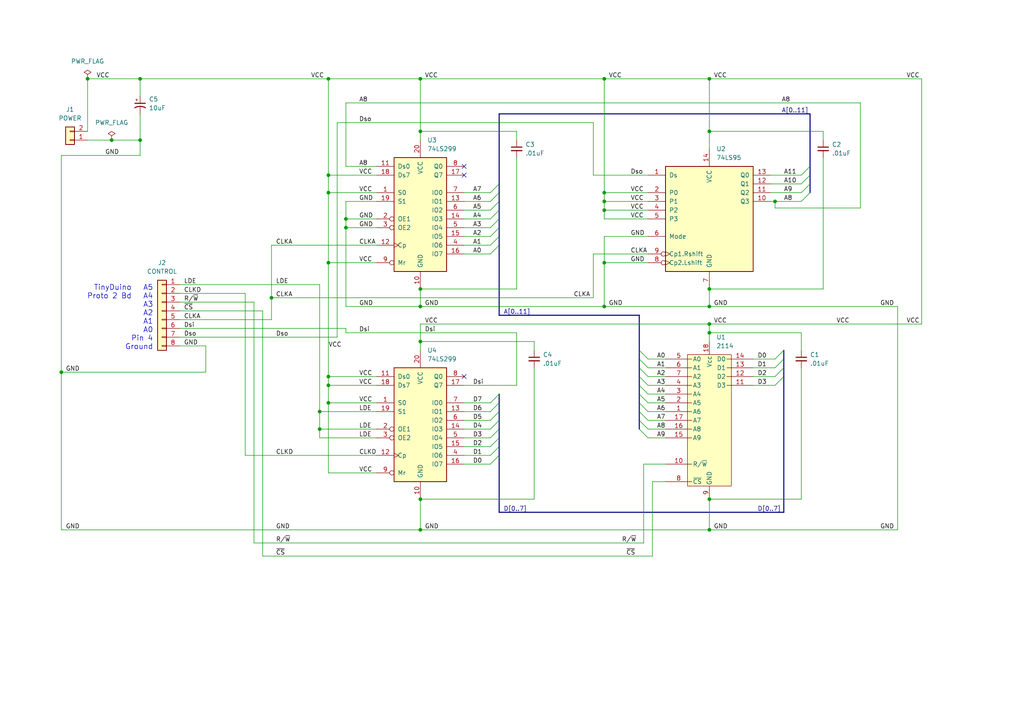
<source format=kicad_sch>
(kicad_sch (version 20211123) (generator eeschema)
  (paper "A4")
  (title_block (title "TinyDuino 2114 RAM Test") (date "2022-08-28") (rev "1.0") (company "NinBra Enterprises") (comment 1 "Assumes 5v GPIO interface to TinyDuino"))
  (lib_symbols
    (symbol "74LS299_1" (pin_names (offset 1.016))
      (property "Reference" "U" (at -7.62 16.51 0))
      (property "Value" "74LS299_1" (at -7.62 -19.05 0))
      (symbol "74LS299_1_1_0"
        (pin input line (at -12.7 5.08 0) (length 5.08) (name "S0") (number "1"))
        (pin power_in line (at 0 -22.86 90) (length 5.08) (name "GND") (number "10"))
        (pin input line (at -12.7 12.7 0) (length 5.08) (name "Ds0") (number "11"))
        (pin input clock (at -12.7 -10.16 0) (length 5.08) (name "Cp") (number "12"))
        (pin tri_state line (at 12.7 2.54 180) (length 5.08) (name "IO1") (number "13"))
        (pin tri_state line (at 12.7 -2.54 180) (length 5.08) (name "IO3") (number "14"))
        (pin tri_state line (at 12.7 -7.62 180) (length 5.08) (name "IO5") (number "15"))
        (pin tri_state line (at 12.7 -12.7 180) (length 5.08) (name "IO7") (number "16"))
        (pin output line (at 12.7 10.16 180) (length 5.08) (name "Q7") (number "17"))
        (pin input line (at -12.7 10.16 0) (length 5.08) (name "Ds7") (number "18"))
        (pin input line (at -12.7 2.54 0) (length 5.08) (name "S1") (number "19"))
        (pin input inverted (at -12.7 -2.54 0) (length 5.08) (name "OE1") (number "2"))
        (pin power_in line (at 0 20.32 270) (length 5.08) (name "VCC") (number "20"))
        (pin input inverted (at -12.7 -5.08 0) (length 5.08) (name "OE2") (number "3"))
        (pin tri_state line (at 12.7 -10.16 180) (length 5.08) (name "IO6") (number "4"))
        (pin tri_state line (at 12.7 -5.08 180) (length 5.08) (name "IO4") (number "5"))
        (pin tri_state line (at 12.7 0 180) (length 5.08) (name "IO2") (number "6"))
        (pin tri_state line (at 12.7 5.08 180) (length 5.08) (name "IO0") (number "7"))
        (pin output line (at 12.7 12.7 180) (length 5.08) (name "Q0") (number "8"))
        (pin input inverted (at -12.7 -15.24 0) (length 5.08) (name "Mr") (number "9"))
      )
      (symbol "74LS299_1_1_1"
        (rectangle (start -7.62 15.24) (end 7.62 -17.78) (stroke (width 0.254)) (fill (type background)))
      )
    )
    (symbol "74xx:74LS299" (pin_names (offset 1.016))
      (property "Reference" "U" (at -7.62 16.51 0))
      (property "Value" "74LS299" (at -7.62 -19.05 0))
      (symbol "74LS299_1_0"
        (pin input line (at -12.7 5.08 0) (length 5.08) (name "S0") (number "1"))
        (pin power_in line (at 0 -22.86 90) (length 5.08) (name "GND") (number "10"))
        (pin input line (at -12.7 12.7 0) (length 5.08) (name "Ds0") (number "11"))
        (pin input clock (at -12.7 -10.16 0) (length 5.08) (name "Cp") (number "12"))
        (pin tri_state line (at 12.7 2.54 180) (length 5.08) (name "IO1") (number "13"))
        (pin tri_state line (at 12.7 -2.54 180) (length 5.08) (name "IO3") (number "14"))
        (pin tri_state line (at 12.7 -7.62 180) (length 5.08) (name "IO5") (number "15"))
        (pin tri_state line (at 12.7 -12.7 180) (length 5.08) (name "IO7") (number "16"))
        (pin output line (at 12.7 10.16 180) (length 5.08) (name "Q7") (number "17"))
        (pin input line (at -12.7 10.16 0) (length 5.08) (name "Ds7") (number "18"))
        (pin input line (at -12.7 2.54 0) (length 5.08) (name "S1") (number "19"))
        (pin input inverted (at -12.7 -2.54 0) (length 5.08) (name "OE1") (number "2"))
        (pin power_in line (at 0 20.32 270) (length 5.08) (name "VCC") (number "20"))
        (pin input inverted (at -12.7 -5.08 0) (length 5.08) (name "OE2") (number "3"))
        (pin tri_state line (at 12.7 -10.16 180) (length 5.08) (name "IO6") (number "4"))
        (pin tri_state line (at 12.7 -5.08 180) (length 5.08) (name "IO4") (number "5"))
        (pin tri_state line (at 12.7 0 180) (length 5.08) (name "IO2") (number "6"))
        (pin tri_state line (at 12.7 5.08 180) (length 5.08) (name "IO0") (number "7"))
        (pin output line (at 12.7 12.7 180) (length 5.08) (name "Q0") (number "8"))
        (pin input inverted (at -12.7 -15.24 0) (length 5.08) (name "Mr") (number "9"))
      )
      (symbol "74LS299_1_1"
        (rectangle (start -7.62 15.24) (end 7.62 -17.78) (stroke (width 0.254)) (fill (type background)))
      )
    )
    (symbol "74xx:74LS95" (pin_names (offset 1.016))
      (property "Reference" "U" (at -7.62 16.51 0))
      (property "Value" "74LS95" (at -7.62 -16.51 0))
      (symbol "74LS95_1_0"
        (pin input line (at -17.78 12.7 0) (length 5.08) (name "Ds") (number "1"))
        (pin output line (at 17.78 5.08 180) (length 5.08) (name "Q3") (number "10"))
        (pin output line (at 17.78 7.62 180) (length 5.08) (name "Q2") (number "11"))
        (pin output line (at 17.78 10.16 180) (length 5.08) (name "Q1") (number "12"))
        (pin output line (at 17.78 12.7 180) (length 5.08) (name "Q0") (number "13"))
        (pin power_in line (at 0 20.32 270) (length 5.08) (name "VCC") (number "14"))
        (pin input line (at -17.78 7.62 0) (length 5.08) (name "P0") (number "2"))
        (pin input line (at -17.78 5.08 0) (length 5.08) (name "P1") (number "3"))
        (pin input line (at -17.78 2.54 0) (length 5.08) (name "P2") (number "4"))
        (pin input line (at -17.78 0 0) (length 5.08) (name "P3") (number "5"))
        (pin input line (at -17.78 -5.08 0) (length 5.08) (name "Mode") (number "6"))
        (pin power_in line (at 0 -20.32 90) (length 5.08) (name "GND") (number "7"))
        (pin input inverted_clock (at -17.78 -12.7 0) (length 5.08) (name "Cp2.Lshift") (number "8"))
        (pin input inverted_clock (at -17.78 -10.16 0) (length 5.08) (name "Cp1.Rshift") (number "9"))
      )
      (symbol "74LS95_1_1"
        (rectangle (start -12.7 15.24) (end 12.7 -15.24) (stroke (width 0.254)) (fill (type background)))
      )
    )
    (symbol "Connector_Generic:Conn_01x02" (pin_names (offset 1.016) hide)
      (property "Reference" "J" (at 0 2.54 0))
      (property "Value" "Conn_01x02" (at 0 -5.08 0))
      (symbol "Conn_01x02_1_1"
        (rectangle (start -1.27 -2.413) (end 0 -2.667) (stroke (width 0.1524)))
        (rectangle (start -1.27 0.127) (end 0 -0.127) (stroke (width 0.1524)))
        (rectangle (start -1.27 1.27) (end 1.27 -3.81) (stroke (width 0.254)) (fill (type background)))
        (pin passive line (at -5.08 0 0) (length 3.81) (name "Pin_1") (number "1"))
        (pin passive line (at -5.08 -2.54 0) (length 3.81) (name "Pin_2") (number "2"))
      )
    )
    (symbol "Connector_Generic:Conn_01x08" (pin_names (offset 1.016) hide)
      (property "Reference" "J" (at 0 10.16 0))
      (property "Value" "Conn_01x08" (at 0 -12.7 0))
      (symbol "Conn_01x08_1_1"
        (rectangle (start -1.27 -10.033) (end 0 -10.287) (stroke (width 0.1524)))
        (rectangle (start -1.27 -7.493) (end 0 -7.747) (stroke (width 0.1524)))
        (rectangle (start -1.27 -4.953) (end 0 -5.207) (stroke (width 0.1524)))
        (rectangle (start -1.27 -2.413) (end 0 -2.667) (stroke (width 0.1524)))
        (rectangle (start -1.27 0.127) (end 0 -0.127) (stroke (width 0.1524)))
        (rectangle (start -1.27 2.667) (end 0 2.413) (stroke (width 0.1524)))
        (rectangle (start -1.27 5.207) (end 0 4.953) (stroke (width 0.1524)))
        (rectangle (start -1.27 7.747) (end 0 7.493) (stroke (width 0.1524)))
        (rectangle (start -1.27 8.89) (end 1.27 -11.43) (stroke (width 0.254)) (fill (type background)))
        (pin passive line (at -5.08 7.62 0) (length 3.81) (name "Pin_1") (number "1"))
        (pin passive line (at -5.08 5.08 0) (length 3.81) (name "Pin_2") (number "2"))
        (pin passive line (at -5.08 2.54 0) (length 3.81) (name "Pin_3") (number "3"))
        (pin passive line (at -5.08 0 0) (length 3.81) (name "Pin_4") (number "4"))
        (pin passive line (at -5.08 -2.54 0) (length 3.81) (name "Pin_5") (number "5"))
        (pin passive line (at -5.08 -5.08 0) (length 3.81) (name "Pin_6") (number "6"))
        (pin passive line (at -5.08 -7.62 0) (length 3.81) (name "Pin_7") (number "7"))
        (pin passive line (at -5.08 -10.16 0) (length 3.81) (name "Pin_8") (number "8"))
      )
    )
    (symbol "Device:C_Polarized_Small_US" (pin_numbers hide) (pin_names (offset 0.254) hide)
      (property "Reference" "C" (at 0.254 1.778 0))
      (property "Value" "C_Polarized_Small_US" (at 0.254 -2.032 0))
      (symbol "C_Polarized_Small_US_0_1"
        (polyline (pts (xy -1.524 0.508) (xy 1.524 0.508)) (stroke (width 0.3048)))
        (polyline (pts (xy -1.27 1.524) (xy -0.762 1.524)))
        (polyline (pts (xy -1.016 1.27) (xy -1.016 1.778)))
        (arc (start 1.524 -0.762) (mid 0 -0.3734) (end -1.524 -0.762) (stroke (width 0.3048)))
      )
      (symbol "C_Polarized_Small_US_1_1"
        (pin passive line (at 0 2.54 270) (length 2.032) (name "~") (number "1"))
        (pin passive line (at 0 -2.54 90) (length 2.032) (name "~") (number "2"))
      )
    )
    (symbol "Device:C_Small" (pin_numbers hide) (pin_names (offset 0.254) hide)
      (property "Reference" "C" (at 0.254 1.778 0))
      (property "Value" "C_Small" (at 0.254 -2.032 0))
      (symbol "C_Small_0_1"
        (polyline (pts (xy -1.524 -0.508) (xy 1.524 -0.508)) (stroke (width 0.3302)))
        (polyline (pts (xy -1.524 0.508) (xy 1.524 0.508)) (stroke (width 0.3048)))
      )
      (symbol "C_Small_1_1"
        (pin passive line (at 0 2.54 270) (length 2.032) (name "~") (number "1"))
        (pin passive line (at 0 -2.54 90) (length 2.032) (name "~") (number "2"))
      )
    )
    (symbol "cbm:2114" (pin_names (offset 0.254))
      (property "Reference" "U" (at -1.27 3.81 0))
      (property "Value" "2114" (at 0 1.27 0))
      (symbol "2114_0_0"
        (pin power_in line (at 0 22.86 270) (length 3.81) (name "Vcc") (number "18"))
        (pin power_in line (at 0 -22.86 90) (length 3.81) (name "GND") (number "9"))
      )
      (symbol "2114_0_1"
        (rectangle (start -6.35 19.05) (end 6.35 -19.05) (fill (type background)))
      )
      (symbol "2114_1_1"
        (pin input line (at -12.7 2.54 0) (length 7.62) (name "A6") (number "1"))
        (pin input line (at -12.7 -12.7 0) (length 7.62) (name "R/~{W}") (number "10"))
        (pin bidirectional line (at 12.7 10.16 180) (length 7.62) (name "D3") (number "11"))
        (pin bidirectional line (at 12.7 12.7 180) (length 7.62) (name "D2") (number "12"))
        (pin bidirectional line (at 12.7 15.24 180) (length 7.62) (name "D1") (number "13"))
        (pin bidirectional line (at 12.7 17.78 180) (length 7.62) (name "D0") (number "14"))
        (pin input line (at -12.7 -5.08 0) (length 7.62) (name "A9") (number "15"))
        (pin input line (at -12.7 -2.54 0) (length 7.62) (name "A8") (number "16"))
        (pin input line (at -12.7 0 0) (length 7.62) (name "A7") (number "17"))
        (pin input line (at -12.7 5.08 0) (length 7.62) (name "A5") (number "2"))
        (pin input line (at -12.7 7.62 0) (length 7.62) (name "A4") (number "3"))
        (pin input line (at -12.7 10.16 0) (length 7.62) (name "A3") (number "4"))
        (pin input line (at -12.7 17.78 0) (length 7.62) (name "A0") (number "5"))
        (pin input line (at -12.7 15.24 0) (length 7.62) (name "A1") (number "6"))
        (pin input line (at -12.7 12.7 0) (length 7.62) (name "A2") (number "7"))
        (pin input line (at -12.7 -17.78 0) (length 7.62) (name "~{CS}") (number "8"))
      )
    )
    (symbol "power:PWR_FLAG" (power) (pin_numbers hide) (pin_names (offset 0) hide)
      (property "Value" "PWR_FLAG" (at 0 3.81 0))
      (symbol "PWR_FLAG_0_0"
        (pin power_out line (at 0 0 90) (length 0) (name "pwr") (number "1"))
      )
      (symbol "PWR_FLAG_0_1"
        (polyline (pts (xy 0 0) (xy 0 1.27) (xy -1.016 1.905) (xy 0 2.54) (xy 1.016 1.905) (xy 0 1.27)))
      )
    )
  )
  (junction (at 95.25 50.8))
  (junction (at 175.26 22.86))
  (junction (at 92.71 124.46))
  (junction (at 40.64 40.64))
  (junction (at 121.92 83.82))
  (junction (at 95.25 55.88))
  (junction (at 224.79 58.42))
  (junction (at 95.25 116.84))
  (junction (at 175.26 88.9))
  (junction (at 25.4 22.86))
  (junction (at 175.26 58.42))
  (junction (at 175.26 60.96))
  (junction (at 121.92 99.06))
  (junction (at 121.92 153.67))
  (junction (at 78.74 86.36))
  (junction (at 205.74 22.86))
  (junction (at 121.92 22.86))
  (junction (at 32.385 40.64))
  (junction (at 121.92 38.1))
  (junction (at 92.71 119.38))
  (junction (at 205.74 144.78))
  (junction (at 175.26 76.2))
  (junction (at 100.33 66.04))
  (junction (at 205.74 83.82))
  (junction (at 17.78 107.95))
  (junction (at 100.33 63.5))
  (junction (at 95.25 111.76))
  (junction (at 205.74 88.9))
  (junction (at 121.92 88.9))
  (junction (at 95.25 109.22))
  (junction (at 95.25 76.2))
  (junction (at 121.92 144.78))
  (junction (at 175.26 55.88))
  (junction (at 95.25 22.86))
  (junction (at 205.74 38.1))
  (junction (at 205.74 96.52))
  (junction (at 205.74 93.98))
  (junction (at 205.74 153.67))
  (junction (at 40.64 22.86))
  (no_connect (at 134.62 50.8))
  (no_connect (at 134.62 48.26))
  (no_connect (at 134.62 109.22))
  (bus_entry (at 185.42 104.14) (size 2.54 2.54))
  (bus_entry (at 185.42 101.6) (size 2.54 2.54))
  (bus_entry (at 185.42 111.76) (size 2.54 2.54))
  (bus_entry (at 185.42 109.22) (size 2.54 2.54))
  (bus_entry (at 185.42 116.84) (size 2.54 2.54))
  (bus_entry (at 185.42 114.3) (size 2.54 2.54))
  (bus_entry (at 185.42 121.92) (size 2.54 2.54))
  (bus_entry (at 185.42 119.38) (size 2.54 2.54))
  (bus_entry (at 185.42 106.68) (size 2.54 2.54))
  (bus_entry (at 185.42 124.46) (size 2.54 2.54))
  (bus_entry (at 144.78 55.88) (size -2.54 2.54))
  (bus_entry (at 144.78 58.42) (size -2.54 2.54))
  (bus_entry (at 144.78 53.34) (size -2.54 2.54))
  (bus_entry (at 144.78 63.5) (size -2.54 2.54))
  (bus_entry (at 144.78 66.04) (size -2.54 2.54))
  (bus_entry (at 144.78 68.58) (size -2.54 2.54))
  (bus_entry (at 144.78 71.12) (size -2.54 2.54))
  (bus_entry (at 144.78 60.96) (size -2.54 2.54))
  (bus_entry (at 234.95 50.8) (size -2.54 2.54))
  (bus_entry (at 234.95 53.34) (size -2.54 2.54))
  (bus_entry (at 234.95 48.26) (size -2.54 2.54))
  (bus_entry (at 234.95 55.88) (size -2.54 2.54))
  (bus_entry (at 227.33 106.68) (size -2.54 2.54))
  (bus_entry (at 227.33 104.14) (size -2.54 2.54))
  (bus_entry (at 227.33 101.6) (size -2.54 2.54))
  (bus_entry (at 144.78 124.46) (size -2.54 2.54))
  (bus_entry (at 144.78 121.92) (size -2.54 2.54))
  (bus_entry (at 144.78 119.38) (size -2.54 2.54))
  (bus_entry (at 144.78 116.84) (size -2.54 2.54))
  (bus_entry (at 144.78 114.3) (size -2.54 2.54))
  (bus_entry (at 144.78 129.54) (size -2.54 2.54))
  (bus_entry (at 144.78 127) (size -2.54 2.54))
  (bus_entry (at 144.78 132.08) (size -2.54 2.54))
  (bus_entry (at 227.33 109.22) (size -2.54 2.54))
  (wire (pts (xy 121.92 38.1) (xy 149.86 38.1)))
  (wire (pts (xy 40.64 45.085) (xy 40.64 40.64)))
  (bus (pts (xy 185.42 111.76) (xy 185.42 114.3)))
  (wire (pts (xy 95.25 137.16) (xy 109.22 137.16)))
  (bus (pts (xy 234.95 50.8) (xy 234.95 53.34)))
  (bus (pts (xy 144.78 132.08) (xy 144.78 148.59)))
  (wire (pts (xy 238.76 40.64) (xy 238.76 38.1)))
  (wire (pts (xy 52.07 92.71) (xy 78.74 92.71)))
  (wire (pts (xy 223.52 50.8) (xy 232.41 50.8)))
  (wire (pts (xy 109.22 127) (xy 92.71 127)))
  (wire (pts (xy 134.62 119.38) (xy 142.24 119.38)))
  (wire (pts (xy 223.52 58.42) (xy 224.79 58.42)))
  (wire (pts (xy 109.22 50.8) (xy 95.25 50.8)))
  (wire (pts (xy 205.74 153.67) (xy 260.35 153.67)))
  (wire (pts (xy 134.62 71.12) (xy 142.24 71.12)))
  (bus (pts (xy 144.78 53.34) (xy 144.78 33.02)))
  (wire (pts (xy 134.62 73.66) (xy 142.24 73.66)))
  (wire (pts (xy 205.74 22.86) (xy 267.335 22.86)))
  (wire (pts (xy 109.22 116.84) (xy 95.25 116.84)))
  (wire (pts (xy 100.33 63.5) (xy 100.33 66.04)))
  (wire (pts (xy 17.78 45.085) (xy 40.64 45.085)))
  (bus (pts (xy 144.78 116.84) (xy 144.78 119.38)))
  (wire (pts (xy 78.74 86.36) (xy 172.085 86.36)))
  (wire (pts (xy 92.71 124.46) (xy 92.71 127)))
  (bus (pts (xy 185.42 119.38) (xy 185.42 121.92)))
  (wire (pts (xy 175.26 63.5) (xy 175.26 60.96)))
  (wire (pts (xy 109.22 124.46) (xy 92.71 124.46)))
  (wire (pts (xy 100.33 66.04) (xy 100.33 88.9)))
  (wire (pts (xy 238.76 83.82) (xy 205.74 83.82)))
  (wire (pts (xy 175.26 88.9) (xy 205.74 88.9)))
  (wire (pts (xy 78.74 71.12) (xy 78.74 86.36)))
  (wire (pts (xy 187.96 58.42) (xy 175.26 58.42)))
  (wire (pts (xy 95.25 76.2) (xy 95.25 109.22)))
  (wire (pts (xy 40.64 22.86) (xy 95.25 22.86)))
  (bus (pts (xy 185.42 121.92) (xy 185.42 124.46)))
  (wire (pts (xy 187.96 119.38) (xy 193.04 119.38)))
  (bus (pts (xy 227.33 109.22) (xy 227.33 148.59)))
  (wire (pts (xy 121.92 40.64) (xy 121.92 38.1)))
  (wire (pts (xy 205.74 93.98) (xy 267.335 93.98)))
  (wire (pts (xy 238.76 38.1) (xy 205.74 38.1)))
  (bus (pts (xy 185.42 104.14) (xy 185.42 106.68)))
  (wire (pts (xy 92.71 82.55) (xy 92.71 119.38)))
  (wire (pts (xy 205.74 93.98) (xy 205.74 96.52)))
  (wire (pts (xy 95.25 109.22) (xy 109.22 109.22)))
  (wire (pts (xy 121.92 153.67) (xy 205.74 153.67)))
  (wire (pts (xy 218.44 106.68) (xy 224.79 106.68)))
  (wire (pts (xy 97.79 97.79) (xy 52.07 97.79)))
  (wire (pts (xy 134.62 68.58) (xy 142.24 68.58)))
  (wire (pts (xy 232.41 106.68) (xy 232.41 144.78)))
  (wire (pts (xy 224.79 58.42) (xy 232.41 58.42)))
  (wire (pts (xy 78.74 86.36) (xy 78.74 92.71)))
  (bus (pts (xy 227.33 104.14) (xy 227.33 106.68)))
  (wire (pts (xy 121.92 88.9) (xy 175.26 88.9)))
  (bus (pts (xy 144.78 68.58) (xy 144.78 71.12)))
  (wire (pts (xy 40.64 40.64) (xy 32.385 40.64)))
  (bus (pts (xy 144.78 66.04) (xy 144.78 68.58)))
  (bus (pts (xy 144.78 63.5) (xy 144.78 66.04)))
  (wire (pts (xy 71.12 132.08) (xy 71.12 85.09)))
  (bus (pts (xy 185.42 101.6) (xy 185.42 104.14)))
  (wire (pts (xy 134.62 121.92) (xy 142.24 121.92)))
  (bus (pts (xy 234.95 48.26) (xy 234.95 50.8)))
  (wire (pts (xy 187.96 114.3) (xy 193.04 114.3)))
  (wire (pts (xy 100.33 48.26) (xy 100.33 29.845)))
  (wire (pts (xy 187.96 76.2) (xy 175.26 76.2)))
  (wire (pts (xy 238.76 45.72) (xy 238.76 83.82)))
  (wire (pts (xy 218.44 111.76) (xy 224.79 111.76)))
  (wire (pts (xy 109.22 48.26) (xy 100.33 48.26)))
  (wire (pts (xy 52.07 82.55) (xy 92.71 82.55)))
  (wire (pts (xy 232.41 101.6) (xy 232.41 96.52)))
  (wire (pts (xy 100.33 96.52) (xy 100.33 95.25)))
  (wire (pts (xy 218.44 109.22) (xy 224.79 109.22)))
  (wire (pts (xy 187.96 124.46) (xy 193.04 124.46)))
  (wire (pts (xy 109.22 58.42) (xy 100.33 58.42)))
  (wire (pts (xy 172.085 86.36) (xy 172.085 73.66)))
  (bus (pts (xy 144.78 55.88) (xy 144.78 58.42)))
  (wire (pts (xy 175.26 58.42) (xy 175.26 60.96)))
  (wire (pts (xy 134.62 66.04) (xy 142.24 66.04)))
  (wire (pts (xy 121.92 83.82) (xy 121.92 88.9)))
  (wire (pts (xy 100.33 66.04) (xy 109.22 66.04)))
  (wire (pts (xy 73.66 87.63) (xy 73.66 157.48)))
  (wire (pts (xy 134.62 63.5) (xy 142.24 63.5)))
  (wire (pts (xy 149.86 96.52) (xy 100.33 96.52)))
  (wire (pts (xy 175.26 68.58) (xy 175.26 76.2)))
  (wire (pts (xy 52.07 90.17) (xy 76.2 90.17)))
  (wire (pts (xy 92.71 124.46) (xy 92.71 119.38)))
  (wire (pts (xy 95.25 50.8) (xy 95.25 55.88)))
  (wire (pts (xy 205.74 96.52) (xy 205.74 99.06)))
  (wire (pts (xy 59.69 100.33) (xy 52.07 100.33)))
  (wire (pts (xy 149.86 111.76) (xy 149.86 96.52)))
  (wire (pts (xy 17.78 107.95) (xy 17.78 45.085)))
  (wire (pts (xy 121.92 83.82) (xy 149.86 83.82)))
  (wire (pts (xy 134.62 55.88) (xy 142.24 55.88)))
  (bus (pts (xy 144.78 71.12) (xy 144.78 91.44)))
  (bus (pts (xy 144.78 127) (xy 144.78 129.54)))
  (wire (pts (xy 193.04 139.7) (xy 189.23 139.7)))
  (wire (pts (xy 121.92 99.06) (xy 154.94 99.06)))
  (wire (pts (xy 17.78 153.67) (xy 121.92 153.67)))
  (bus (pts (xy 227.33 106.68) (xy 227.33 109.22)))
  (wire (pts (xy 109.22 55.88) (xy 95.25 55.88)))
  (bus (pts (xy 144.78 121.92) (xy 144.78 124.46)))
  (wire (pts (xy 249.555 60.325) (xy 224.79 60.325)))
  (wire (pts (xy 249.555 29.845) (xy 249.555 60.325)))
  (bus (pts (xy 144.78 58.42) (xy 144.78 60.96)))
  (wire (pts (xy 218.44 104.14) (xy 224.79 104.14)))
  (bus (pts (xy 185.42 91.44) (xy 185.42 101.6)))
  (wire (pts (xy 109.22 119.38) (xy 92.71 119.38)))
  (wire (pts (xy 95.25 76.2) (xy 109.22 76.2)))
  (wire (pts (xy 205.74 144.78) (xy 205.74 153.67)))
  (bus (pts (xy 144.78 129.54) (xy 144.78 132.08)))
  (wire (pts (xy 223.52 55.88) (xy 232.41 55.88)))
  (wire (pts (xy 187.96 116.84) (xy 193.04 116.84)))
  (bus (pts (xy 144.78 119.38) (xy 144.78 121.92)))
  (wire (pts (xy 17.78 153.67) (xy 17.78 107.95)))
  (wire (pts (xy 52.07 87.63) (xy 73.66 87.63)))
  (wire (pts (xy 189.23 139.7) (xy 189.23 161.29)))
  (wire (pts (xy 134.62 60.96) (xy 142.24 60.96)))
  (bus (pts (xy 144.78 124.46) (xy 144.78 127)))
  (wire (pts (xy 205.74 83.82) (xy 205.74 88.9)))
  (wire (pts (xy 149.86 45.72) (xy 149.86 83.82)))
  (wire (pts (xy 187.96 106.68) (xy 193.04 106.68)))
  (wire (pts (xy 224.79 58.42) (xy 224.79 60.325)))
  (wire (pts (xy 97.79 35.56) (xy 97.79 97.79)))
  (wire (pts (xy 121.92 93.98) (xy 205.74 93.98)))
  (wire (pts (xy 187.96 111.76) (xy 193.04 111.76)))
  (wire (pts (xy 154.94 101.6) (xy 154.94 99.06)))
  (wire (pts (xy 95.25 111.76) (xy 109.22 111.76)))
  (wire (pts (xy 134.62 134.62) (xy 142.24 134.62)))
  (wire (pts (xy 134.62 124.46) (xy 142.24 124.46)))
  (wire (pts (xy 260.35 88.9) (xy 260.35 153.67)))
  (wire (pts (xy 187.96 55.88) (xy 175.26 55.88)))
  (wire (pts (xy 172.085 35.56) (xy 97.79 35.56)))
  (wire (pts (xy 95.25 109.22) (xy 95.25 111.76)))
  (wire (pts (xy 223.52 53.34) (xy 232.41 53.34)))
  (bus (pts (xy 227.33 101.6) (xy 227.33 104.14)))
  (wire (pts (xy 205.74 88.9) (xy 260.35 88.9)))
  (bus (pts (xy 185.42 109.22) (xy 185.42 111.76)))
  (wire (pts (xy 95.25 137.16) (xy 95.25 116.84)))
  (wire (pts (xy 175.26 76.2) (xy 175.26 88.9)))
  (wire (pts (xy 175.26 55.88) (xy 175.26 22.86)))
  (wire (pts (xy 25.4 40.64) (xy 32.385 40.64)))
  (wire (pts (xy 100.33 29.845) (xy 249.555 29.845)))
  (bus (pts (xy 144.78 114.3) (xy 144.78 116.84)))
  (bus (pts (xy 144.78 33.02) (xy 234.95 33.02)))
  (bus (pts (xy 144.78 53.34) (xy 144.78 55.88)))
  (wire (pts (xy 73.66 157.48) (xy 186.69 157.48)))
  (wire (pts (xy 175.26 22.86) (xy 205.74 22.86)))
  (wire (pts (xy 59.69 100.33) (xy 59.69 107.95)))
  (wire (pts (xy 100.33 95.25) (xy 52.07 95.25)))
  (wire (pts (xy 25.4 22.86) (xy 25.4 38.1)))
  (wire (pts (xy 100.33 63.5) (xy 109.22 63.5)))
  (wire (pts (xy 232.41 144.78) (xy 205.74 144.78)))
  (wire (pts (xy 154.94 106.68) (xy 154.94 144.78)))
  (bus (pts (xy 234.95 53.34) (xy 234.95 55.88)))
  (bus (pts (xy 144.78 60.96) (xy 144.78 63.5)))
  (wire (pts (xy 100.33 88.9) (xy 121.92 88.9)))
  (wire (pts (xy 134.62 132.08) (xy 142.24 132.08)))
  (wire (pts (xy 59.69 107.95) (xy 17.78 107.95)))
  (wire (pts (xy 95.25 22.86) (xy 121.92 22.86)))
  (wire (pts (xy 40.64 22.86) (xy 40.64 27.94)))
  (bus (pts (xy 234.95 33.02) (xy 234.95 48.26)))
  (wire (pts (xy 187.96 104.14) (xy 193.04 104.14)))
  (wire (pts (xy 267.335 22.86) (xy 267.335 93.98)))
  (wire (pts (xy 95.25 22.86) (xy 95.25 50.8)))
  (wire (pts (xy 100.33 58.42) (xy 100.33 63.5)))
  (wire (pts (xy 78.74 71.12) (xy 109.22 71.12)))
  (wire (pts (xy 175.26 58.42) (xy 175.26 55.88)))
  (bus (pts (xy 144.78 148.59) (xy 227.33 148.59)))
  (wire (pts (xy 71.12 132.08) (xy 109.22 132.08)))
  (wire (pts (xy 172.085 50.8) (xy 187.96 50.8)))
  (wire (pts (xy 121.92 38.1) (xy 121.92 22.86)))
  (wire (pts (xy 134.62 127) (xy 142.24 127)))
  (wire (pts (xy 40.64 33.02) (xy 40.64 40.64)))
  (wire (pts (xy 205.74 22.86) (xy 205.74 38.1)))
  (wire (pts (xy 186.69 157.48) (xy 186.69 134.62)))
  (wire (pts (xy 121.92 144.78) (xy 154.94 144.78)))
  (wire (pts (xy 121.92 101.6) (xy 121.92 99.06)))
  (wire (pts (xy 172.085 73.66) (xy 187.96 73.66)))
  (wire (pts (xy 95.25 111.76) (xy 95.25 116.84)))
  (bus (pts (xy 185.42 114.3) (xy 185.42 116.84)))
  (bus (pts (xy 185.42 106.68) (xy 185.42 109.22)))
  (wire (pts (xy 76.2 161.29) (xy 189.23 161.29)))
  (wire (pts (xy 187.96 60.96) (xy 175.26 60.96)))
  (wire (pts (xy 134.62 58.42) (xy 142.24 58.42)))
  (bus (pts (xy 144.78 91.44) (xy 185.42 91.44)))
  (wire (pts (xy 172.085 50.8) (xy 172.085 35.56)))
  (wire (pts (xy 187.96 121.92) (xy 193.04 121.92)))
  (wire (pts (xy 121.92 99.06) (xy 121.92 93.98)))
  (wire (pts (xy 76.2 90.17) (xy 76.2 161.29)))
  (wire (pts (xy 134.62 129.54) (xy 142.24 129.54)))
  (wire (pts (xy 187.96 63.5) (xy 175.26 63.5)))
  (wire (pts (xy 187.96 109.22) (xy 193.04 109.22)))
  (wire (pts (xy 187.96 68.58) (xy 175.26 68.58)))
  (wire (pts (xy 134.62 116.84) (xy 142.24 116.84)))
  (wire (pts (xy 149.86 40.64) (xy 149.86 38.1)))
  (wire (pts (xy 71.12 85.09) (xy 52.07 85.09)))
  (wire (pts (xy 121.92 144.78) (xy 121.92 153.67)))
  (wire (pts (xy 187.96 127) (xy 193.04 127)))
  (wire (pts (xy 232.41 96.52) (xy 205.74 96.52)))
  (wire (pts (xy 205.74 38.1) (xy 205.74 43.18)))
  (bus (pts (xy 185.42 116.84) (xy 185.42 119.38)))
  (wire (pts (xy 95.25 55.88) (xy 95.25 76.2)))
  (wire (pts (xy 134.62 111.76) (xy 149.86 111.76)))
  (wire (pts (xy 186.69 134.62) (xy 193.04 134.62)))
  (wire (pts (xy 121.92 22.86) (xy 175.26 22.86)))
  (wire (pts (xy 25.4 22.86) (xy 40.64 22.86)))
  (text "TinyDuino   A5\nProto 2 Bd   A4\nA3\nA2\nA1\nA0\nPin 4\nGround" (at 44.45 101.6 0) (effects (font (size 1.524 1.524)) (justify right bottom)))
  (label "A8" (at 104.14 29.845 0))
  (label "Dsi" (at 53.34 95.25 0))
  (label "VCC" (at 95.25 100.965 0))
  (label "D[0..7]" (at 219.71 148.59 0))
  (label "VCC" (at 104.14 111.76 0))
  (label "VCC" (at 182.88 55.88 0))
  (label "VCC" (at 104.14 76.2 0))
  (label "GND" (at 19.05 153.67 0))
  (label "D4" (at 137.16 124.46 0))
  (label "CLKA" (at 182.88 73.66 0))
  (label "GND" (at 207.01 153.67 0))
  (label "A7" (at 190.5 121.92 0))
  (label "CLKA" (at 104.14 71.12 0))
  (label "D[0..7]" (at 146.05 148.59 0))
  (label "VCC" (at 182.88 63.5 0))
  (label "GND" (at 104.14 66.04 0))
  (label "CLKD" (at 53.34 85.09 0))
  (label "A3" (at 190.5 111.76 0))
  (label "VCC" (at 123.19 93.98 0))
  (label "D3" (at 219.71 111.76 0))
  (label "CLKA" (at 53.34 92.71 0))
  (label "A9" (at 190.5 127 0))
  (label "~{CS}" (at 181.61 161.29 0))
  (label "VCC" (at 182.88 58.42 0))
  (label "A5" (at 137.16 60.96 0))
  (label "LDE" (at 104.14 119.38 0))
  (label "A4" (at 190.5 114.3 0))
  (label "VCC" (at 104.14 137.16 0))
  (label "GND" (at 255.27 153.67 0))
  (label "A6" (at 137.16 58.42 0))
  (label "GND" (at 104.14 88.9 0))
  (label "CLKA" (at 166.37 86.36 0))
  (label "A5" (at 190.5 116.84 0))
  (label "A3" (at 137.16 66.04 0))
  (label "VCC" (at 262.89 22.86 0))
  (label "R{slash}~{W}" (at 180.34 157.48 0))
  (label "GND" (at 104.14 63.5 0))
  (label "A8" (at 226.695 29.845 0))
  (label "A4" (at 137.16 63.5 0))
  (label "GND" (at 123.19 88.9 0))
  (label "GND" (at 207.01 88.9 0))
  (label "A[0..11]" (at 226.695 33.02 0))
  (label "D0" (at 137.16 134.62 0))
  (label "GND" (at 255.27 88.9 0))
  (label "A7" (at 137.16 55.88 0))
  (label "GND" (at 182.88 68.58 0))
  (label "A0" (at 190.5 104.14 0))
  (label "A9" (at 227.33 55.88 0))
  (label "LDE" (at 80.01 82.55 0))
  (label "Dsi" (at 137.16 111.76 0))
  (label "VCC" (at 104.14 116.84 0))
  (label "LDE" (at 53.34 82.55 0))
  (label "GND" (at 19.05 107.95 0))
  (label "A[0..11]" (at 146.05 91.44 0))
  (label "VCC" (at 176.53 22.86 0))
  (label "A1" (at 190.5 106.68 0))
  (label "VCC" (at 104.14 55.88 0))
  (label "VCC" (at 242.57 93.98 0))
  (label "GND" (at 80.01 153.67 0))
  (label "A6" (at 190.5 119.38 0))
  (label "Dso" (at 80.01 97.79 0))
  (label "VCC" (at 207.01 93.98 0))
  (label "Dso" (at 104.14 35.56 0))
  (label "GND" (at 182.88 76.2 0))
  (label "LDE" (at 104.14 127 0))
  (label "A8" (at 190.5 124.46 0))
  (label "~{CS}" (at 80.01 161.29 0))
  (label "VCC" (at 27.94 22.86 0))
  (label "D1" (at 137.16 132.08 0))
  (label "D3" (at 137.16 127 0))
  (label "D6" (at 137.16 119.38 0))
  (label "D2" (at 219.71 109.22 0))
  (label "VCC" (at 90.17 22.86 0))
  (label "A2" (at 137.16 68.58 0))
  (label "R{slash}~{W}" (at 53.34 87.63 0))
  (label "GND" (at 176.53 88.9 0))
  (label "VCC" (at 104.14 50.8 0))
  (label "A8" (at 227.33 58.42 0))
  (label "VCC" (at 123.19 22.86 0))
  (label "VCC" (at 207.01 22.86 0))
  (label "Dso" (at 182.88 50.8 0))
  (label "A10" (at 227.33 53.34 0))
  (label "CLKD" (at 104.14 132.08 0))
  (label "Dsi" (at 123.19 96.52 0))
  (label "CLKD" (at 80.01 132.08 0))
  (label "LDE" (at 104.14 124.46 0))
  (label "Dso" (at 53.34 97.79 0))
  (label "A11" (at 227.33 50.8 0))
  (label "A1" (at 137.16 71.12 0))
  (label "D7" (at 137.16 116.84 0))
  (label "D0" (at 219.71 104.14 0))
  (label "~{CS}" (at 53.34 90.17 0))
  (label "GND" (at 53.34 100.33 0))
  (label "D2" (at 137.16 129.54 0))
  (label "GND" (at 123.19 153.67 0))
  (label "VCC" (at 262.89 93.98 0))
  (label "GND" (at 104.14 58.42 0))
  (label "D1" (at 219.71 106.68 0))
  (label "GND" (at 30.48 45.085 0))
  (label "A0" (at 137.16 73.66 0))
  (label "R{slash}~{W}" (at 80.01 157.48 0))
  (label "A2" (at 190.5 109.22 0))
  (label "CLKA" (at 80.01 86.36 0))
  (label "VCC" (at 182.88 60.96 0))
  (label "VCC" (at 104.14 109.22 0))
  (label "A8" (at 104.14 48.26 0))
  (label "Dsi" (at 104.14 96.52 0))
  (label "D5" (at 137.16 121.92 0))
  (label "CLKA" (at 80.01 71.12 0))
  (symbol (lib_id "74xx:74LS299") (at 121.92 121.92 0) (unit 1)
    (property "Reference" "U4" (at 123.9394 101.6 0) (effects (justify left)))
    (property "Value" "74LS299" (at 123.9394 104.14 0) (effects (justify left)))
    (property "Datasheet" "http://www.ti.com/lit/gpn/sn74LS299" (effects hide))
  )
  (symbol (lib_id "Device:C_Polarized_Small_US") (at 40.64 30.48 0) (unit 1)
    (property "Reference" "C5" (at 43.18 28.7781 0) (effects (justify left)))
    (property "Value" "10uF" (at 43.18 31.3181 0) (effects (justify left)))
  )
  (symbol (lib_id "74xx:74LS95") (at 205.74 63.5 0) (unit 1)
    (property "Reference" "U2" (at 207.7594 43.18 0) (effects (justify left)))
    (property "Value" "74LS95" (at 207.7594 45.72 0) (effects (justify left)))
    (property "Datasheet" "http://www.ti.com/lit/gpn/sn74LS95" (effects hide))
  )
  (symbol (lib_id "Connector_Generic:Conn_01x08") (at 46.99 90.17 0) (mirror y) (unit 1)
    (property "Reference" "J2" (at 46.99 76.2 0))
    (property "Value" "CONTROL" (at 46.99 78.74 0))
    (property "Footprint" "Connector_PinSocket_2.54mm:PinSocket_1x06_P2.54mm_Vertical" (effects hide))
  )
  (symbol (lib_id "Device:C_Small") (at 238.76 43.18 0) (unit 1)
    (property "Reference" "C2" (at 241.3 41.9162 0) (effects (justify left)))
    (property "Value" ".01uF" (at 241.3 44.4562 0) (effects (justify left)))
  )
  (symbol (lib_id "Device:C_Small") (at 149.86 43.18 0) (unit 1)
    (property "Reference" "C3" (at 152.4 41.9162 0) (effects (justify left)))
    (property "Value" ".01uF" (at 152.4 44.4562 0) (effects (justify left)))
  )
  (symbol (lib_id "power:PWR_FLAG") (at 25.4 22.86 0) (unit 1)
    (property "Reference" "#FLG0101" (effects hide))
    (property "Value" "PWR_FLAG" (at 25.4 17.78 0))
  )
  (symbol (lib_name "74LS299_1") (lib_id "74xx:74LS299") (at 121.92 60.96 0) (unit 1)
    (property "Reference" "U3" (at 123.9394 40.64 0) (effects (justify left)))
    (property "Value" "74LS299" (at 123.9394 43.18 0) (effects (justify left)))
    (property "Datasheet" "http://www.ti.com/lit/gpn/sn74LS299" (effects hide))
  )
  (symbol (lib_id "Device:C_Small") (at 232.41 104.14 0) (unit 1)
    (property "Reference" "C1" (at 234.95 102.8762 0) (effects (justify left)))
    (property "Value" ".01uF" (at 234.95 105.4162 0) (effects (justify left)))
  )
  (symbol (lib_id "cbm:2114") (at 205.74 121.92 0) (unit 1)
    (property "Reference" "U1" (at 207.7594 97.79 0) (effects (justify left)))
    (property "Value" "2114" (at 207.7594 100.33 0) (effects (justify left)))
  )
  (symbol (lib_id "Device:C_Small") (at 154.94 104.14 0) (unit 1)
    (property "Reference" "C4" (at 157.48 102.8762 0) (effects (justify left)))
    (property "Value" ".01uF" (at 157.48 105.4162 0) (effects (justify left)))
  )
  (symbol (lib_id "power:PWR_FLAG") (at 32.385 40.64 0) (unit 1)
    (property "Reference" "#FLG0102" (effects hide))
    (property "Value" "PWR_FLAG" (at 32.385 35.56 0))
  )
  (symbol (lib_id "Connector_Generic:Conn_01x02") (at 20.32 40.64 180) (unit 1)
    (property "Reference" "J1" (at 20.32 31.75 0))
    (property "Value" "POWER" (at 20.32 34.29 0))
    (property "Footprint" "Connector_PinHeader_1.00mm:PinHeader_1x02_P1.00mm_Horizontal" (effects hide))
  )
)
</source>
